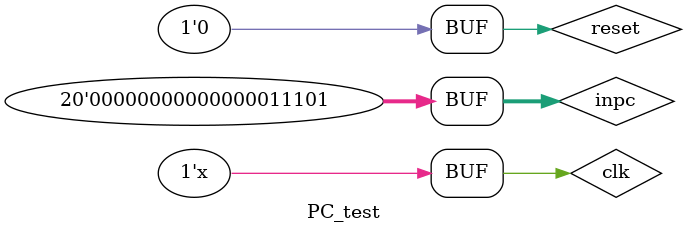
<source format=v>
`timescale 1ns / 1ps


module PC_test;

	// Inputs
	reg [19:0] inpc;
	reg clk;
	reg reset;

	// Outputs
	wire [19:0] pc;

	// Instantiate the Unit Under Test (UUT)
	PC uut (
		.inpc(inpc), 
		.clk(clk),
		.reset(reset),
		.pc(pc)
	);

	initial begin
		// Initialize Inputs
		inpc = 0;
		clk = 0;
		reset = 0;

		// Wait 100 ns for global reset to finish
		#100;
        
		// Add stimulus here
		
		inpc = 0;
		reset = 0;
		
		#100;
		
		inpc = 1;
		reset = 0;
		
		#100;
		
		inpc = 2;
		reset = 0;
		
		#100;
		
		inpc = 4;
		reset = 0;
		
		#100;
		
		inpc = 7;
		reset = 1;
		#100;
		
		inpc = 1;
		reset = 0;
		
		#100;
		
		inpc = 29;
		
		#100;

	end
	always #50 clk = ~clk;
      
endmodule


</source>
